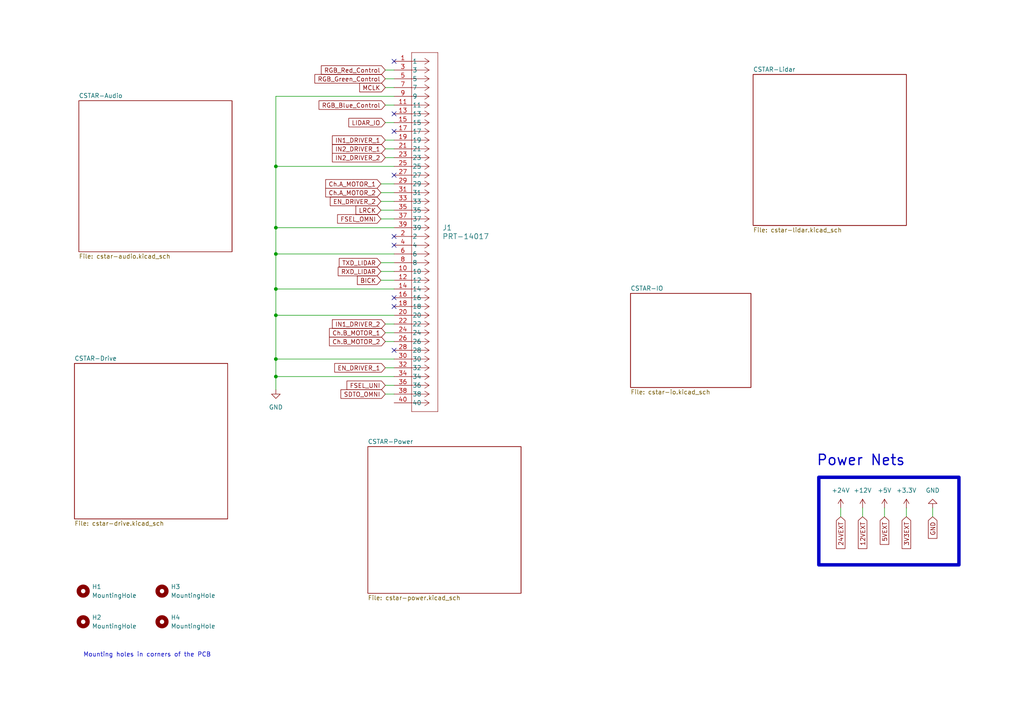
<source format=kicad_sch>
(kicad_sch (version 20231120) (generator "eeschema") (generator_version "8.0")
  (paper "A4")
  (lib_symbols
    (symbol "GND_1" (power) (pin_numbers hide) (pin_names (offset 0) hide)
      (property "Value" "GND" (at 0 -3.81 0))
      (symbol "GND_1_0_1"
        (polyline (pts (xy 0 0) (xy 0 -1.27) (xy 1.27 -1.27) (xy 0 -2.54) (xy -1.27 -1.27) (xy 0 -1.27)))
      )
      (symbol "GND_1_1_1"
        (pin power_in line (at 0 0 270) (length 0) (name "~") (number "1"))
      )
    )
    (symbol "Mechanical:MountingHole" (pin_names (offset 1.016)) (exclude_from_sim yes) (in_bom no)
      (property "Reference" "H" (at 0 5.08 0))
      (property "Value" "MountingHole" (at 0 3.175 0))
      (symbol "MountingHole_0_1"
        (circle (center 0 0) (radius 1.27) (stroke (width 1.27)))
      )
    )
    (symbol "RPiConnector:PRT-14017" (pin_names (offset 0.254))
      (property "Reference" "J" (at 8.89 6.35 0))
      (property "Value" "PRT-14017" (at 0 0 0))
      (symbol "PRT-14017_1_1"
        (polyline (pts (xy 5.08 -101.6) (xy 12.7 -101.6)) (stroke (width 0.127)))
        (polyline (pts (xy 5.08 2.54) (xy 5.08 -101.6)) (stroke (width 0.127)))
        (polyline (pts (xy 10.16 -99.06) (xy 5.08 -99.06)) (stroke (width 0.127)))
        (polyline (pts (xy 10.16 -99.06) (xy 8.89 -99.9067)) (stroke (width 0.127)))
        (polyline (pts (xy 10.16 -99.06) (xy 8.89 -98.2133)) (stroke (width 0.127)))
        (polyline (pts (xy 10.16 -96.52) (xy 5.08 -96.52)) (stroke (width 0.127)))
        (polyline (pts (xy 10.16 -96.52) (xy 8.89 -97.3667)) (stroke (width 0.127)))
        (polyline (pts (xy 10.16 -96.52) (xy 8.89 -95.6733)) (stroke (width 0.127)))
        (polyline (pts (xy 10.16 -93.98) (xy 5.08 -93.98)) (stroke (width 0.127)))
        (polyline (pts (xy 10.16 -93.98) (xy 8.89 -94.8267)) (stroke (width 0.127)))
        (polyline (pts (xy 10.16 -93.98) (xy 8.89 -93.1333)) (stroke (width 0.127)))
        (polyline (pts (xy 10.16 -91.44) (xy 5.08 -91.44)) (stroke (width 0.127)))
        (polyline (pts (xy 10.16 -91.44) (xy 8.89 -92.2867)) (stroke (width 0.127)))
        (polyline (pts (xy 10.16 -91.44) (xy 8.89 -90.5933)) (stroke (width 0.127)))
        (polyline (pts (xy 10.16 -88.9) (xy 5.08 -88.9)) (stroke (width 0.127)))
        (polyline (pts (xy 10.16 -88.9) (xy 8.89 -89.7467)) (stroke (width 0.127)))
        (polyline (pts (xy 10.16 -88.9) (xy 8.89 -88.0533)) (stroke (width 0.127)))
        (polyline (pts (xy 10.16 -86.36) (xy 5.08 -86.36)) (stroke (width 0.127)))
        (polyline (pts (xy 10.16 -86.36) (xy 8.89 -87.2067)) (stroke (width 0.127)))
        (polyline (pts (xy 10.16 -86.36) (xy 8.89 -85.5133)) (stroke (width 0.127)))
        (polyline (pts (xy 10.16 -83.82) (xy 5.08 -83.82)) (stroke (width 0.127)))
        (polyline (pts (xy 10.16 -83.82) (xy 8.89 -84.6667)) (stroke (width 0.127)))
        (polyline (pts (xy 10.16 -83.82) (xy 8.89 -82.9733)) (stroke (width 0.127)))
        (polyline (pts (xy 10.16 -81.28) (xy 5.08 -81.28)) (stroke (width 0.127)))
        (polyline (pts (xy 10.16 -81.28) (xy 8.89 -82.1267)) (stroke (width 0.127)))
        (polyline (pts (xy 10.16 -81.28) (xy 8.89 -80.4333)) (stroke (width 0.127)))
        (polyline (pts (xy 10.16 -78.74) (xy 5.08 -78.74)) (stroke (width 0.127)))
        (polyline (pts (xy 10.16 -78.74) (xy 8.89 -79.5867)) (stroke (width 0.127)))
        (polyline (pts (xy 10.16 -78.74) (xy 8.89 -77.8933)) (stroke (width 0.127)))
        (polyline (pts (xy 10.16 -76.2) (xy 5.08 -76.2)) (stroke (width 0.127)))
        (polyline (pts (xy 10.16 -76.2) (xy 8.89 -77.0467)) (stroke (width 0.127)))
        (polyline (pts (xy 10.16 -76.2) (xy 8.89 -75.3533)) (stroke (width 0.127)))
        (polyline (pts (xy 10.16 -73.66) (xy 5.08 -73.66)) (stroke (width 0.127)))
        (polyline (pts (xy 10.16 -73.66) (xy 8.89 -74.5067)) (stroke (width 0.127)))
        (polyline (pts (xy 10.16 -73.66) (xy 8.89 -72.8133)) (stroke (width 0.127)))
        (polyline (pts (xy 10.16 -71.12) (xy 5.08 -71.12)) (stroke (width 0.127)))
        (polyline (pts (xy 10.16 -71.12) (xy 8.89 -71.9667)) (stroke (width 0.127)))
        (polyline (pts (xy 10.16 -71.12) (xy 8.89 -70.2733)) (stroke (width 0.127)))
        (polyline (pts (xy 10.16 -68.58) (xy 5.08 -68.58)) (stroke (width 0.127)))
        (polyline (pts (xy 10.16 -68.58) (xy 8.89 -69.4267)) (stroke (width 0.127)))
        (polyline (pts (xy 10.16 -68.58) (xy 8.89 -67.7333)) (stroke (width 0.127)))
        (polyline (pts (xy 10.16 -66.04) (xy 5.08 -66.04)) (stroke (width 0.127)))
        (polyline (pts (xy 10.16 -66.04) (xy 8.89 -66.8867)) (stroke (width 0.127)))
        (polyline (pts (xy 10.16 -66.04) (xy 8.89 -65.1933)) (stroke (width 0.127)))
        (polyline (pts (xy 10.16 -63.5) (xy 5.08 -63.5)) (stroke (width 0.127)))
        (polyline (pts (xy 10.16 -63.5) (xy 8.89 -64.3467)) (stroke (width 0.127)))
        (polyline (pts (xy 10.16 -63.5) (xy 8.89 -62.6533)) (stroke (width 0.127)))
        (polyline (pts (xy 10.16 -60.96) (xy 5.08 -60.96)) (stroke (width 0.127)))
        (polyline (pts (xy 10.16 -60.96) (xy 8.89 -61.8067)) (stroke (width 0.127)))
        (polyline (pts (xy 10.16 -60.96) (xy 8.89 -60.1133)) (stroke (width 0.127)))
        (polyline (pts (xy 10.16 -58.42) (xy 5.08 -58.42)) (stroke (width 0.127)))
        (polyline (pts (xy 10.16 -58.42) (xy 8.89 -59.2667)) (stroke (width 0.127)))
        (polyline (pts (xy 10.16 -58.42) (xy 8.89 -57.5733)) (stroke (width 0.127)))
        (polyline (pts (xy 10.16 -55.88) (xy 5.08 -55.88)) (stroke (width 0.127)))
        (polyline (pts (xy 10.16 -55.88) (xy 8.89 -56.7267)) (stroke (width 0.127)))
        (polyline (pts (xy 10.16 -55.88) (xy 8.89 -55.0333)) (stroke (width 0.127)))
        (polyline (pts (xy 10.16 -53.34) (xy 5.08 -53.34)) (stroke (width 0.127)))
        (polyline (pts (xy 10.16 -53.34) (xy 8.89 -54.1867)) (stroke (width 0.127)))
        (polyline (pts (xy 10.16 -53.34) (xy 8.89 -52.4933)) (stroke (width 0.127)))
        (polyline (pts (xy 10.16 -50.8) (xy 5.08 -50.8)) (stroke (width 0.127)))
        (polyline (pts (xy 10.16 -50.8) (xy 8.89 -51.6467)) (stroke (width 0.127)))
        (polyline (pts (xy 10.16 -50.8) (xy 8.89 -49.9533)) (stroke (width 0.127)))
        (polyline (pts (xy 10.16 -48.26) (xy 5.08 -48.26)) (stroke (width 0.127)))
        (polyline (pts (xy 10.16 -48.26) (xy 8.89 -49.1067)) (stroke (width 0.127)))
        (polyline (pts (xy 10.16 -48.26) (xy 8.89 -47.4133)) (stroke (width 0.127)))
        (polyline (pts (xy 10.16 -45.72) (xy 5.08 -45.72)) (stroke (width 0.127)))
        (polyline (pts (xy 10.16 -45.72) (xy 8.89 -46.5667)) (stroke (width 0.127)))
        (polyline (pts (xy 10.16 -45.72) (xy 8.89 -44.8733)) (stroke (width 0.127)))
        (polyline (pts (xy 10.16 -43.18) (xy 5.08 -43.18)) (stroke (width 0.127)))
        (polyline (pts (xy 10.16 -43.18) (xy 8.89 -44.0267)) (stroke (width 0.127)))
        (polyline (pts (xy 10.16 -43.18) (xy 8.89 -42.3333)) (stroke (width 0.127)))
        (polyline (pts (xy 10.16 -40.64) (xy 5.08 -40.64)) (stroke (width 0.127)))
        (polyline (pts (xy 10.16 -40.64) (xy 8.89 -41.4867)) (stroke (width 0.127)))
        (polyline (pts (xy 10.16 -40.64) (xy 8.89 -39.7933)) (stroke (width 0.127)))
        (polyline (pts (xy 10.16 -38.1) (xy 5.08 -38.1)) (stroke (width 0.127)))
        (polyline (pts (xy 10.16 -38.1) (xy 8.89 -38.9467)) (stroke (width 0.127)))
        (polyline (pts (xy 10.16 -38.1) (xy 8.89 -37.2533)) (stroke (width 0.127)))
        (polyline (pts (xy 10.16 -35.56) (xy 5.08 -35.56)) (stroke (width 0.127)))
        (polyline (pts (xy 10.16 -35.56) (xy 8.89 -36.4067)) (stroke (width 0.127)))
        (polyline (pts (xy 10.16 -35.56) (xy 8.89 -34.7133)) (stroke (width 0.127)))
        (polyline (pts (xy 10.16 -33.02) (xy 5.08 -33.02)) (stroke (width 0.127)))
        (polyline (pts (xy 10.16 -33.02) (xy 8.89 -33.8667)) (stroke (width 0.127)))
        (polyline (pts (xy 10.16 -33.02) (xy 8.89 -32.1733)) (stroke (width 0.127)))
        (polyline (pts (xy 10.16 -30.48) (xy 5.08 -30.48)) (stroke (width 0.127)))
        (polyline (pts (xy 10.16 -30.48) (xy 8.89 -31.3267)) (stroke (width 0.127)))
        (polyline (pts (xy 10.16 -30.48) (xy 8.89 -29.6333)) (stroke (width 0.127)))
        (polyline (pts (xy 10.16 -27.94) (xy 5.08 -27.94)) (stroke (width 0.127)))
        (polyline (pts (xy 10.16 -27.94) (xy 8.89 -28.7867)) (stroke (width 0.127)))
        (polyline (pts (xy 10.16 -27.94) (xy 8.89 -27.0933)) (stroke (width 0.127)))
        (polyline (pts (xy 10.16 -25.4) (xy 5.08 -25.4)) (stroke (width 0.127)))
        (polyline (pts (xy 10.16 -25.4) (xy 8.89 -26.2467)) (stroke (width 0.127)))
        (polyline (pts (xy 10.16 -25.4) (xy 8.89 -24.5533)) (stroke (width 0.127)))
        (polyline (pts (xy 10.16 -22.86) (xy 5.08 -22.86)) (stroke (width 0.127)))
        (polyline (pts (xy 10.16 -22.86) (xy 8.89 -23.7067)) (stroke (width 0.127)))
        (polyline (pts (xy 10.16 -22.86) (xy 8.89 -22.0133)) (stroke (width 0.127)))
        (polyline (pts (xy 10.16 -20.32) (xy 5.08 -20.32)) (stroke (width 0.127)))
        (polyline (pts (xy 10.16 -20.32) (xy 8.89 -21.1667)) (stroke (width 0.127)))
        (polyline (pts (xy 10.16 -20.32) (xy 8.89 -19.4733)) (stroke (width 0.127)))
        (polyline (pts (xy 10.16 -17.78) (xy 5.08 -17.78)) (stroke (width 0.127)))
        (polyline (pts (xy 10.16 -17.78) (xy 8.89 -18.6267)) (stroke (width 0.127)))
        (polyline (pts (xy 10.16 -17.78) (xy 8.89 -16.9333)) (stroke (width 0.127)))
        (polyline (pts (xy 10.16 -15.24) (xy 5.08 -15.24)) (stroke (width 0.127)))
        (polyline (pts (xy 10.16 -15.24) (xy 8.89 -16.0867)) (stroke (width 0.127)))
        (polyline (pts (xy 10.16 -15.24) (xy 8.89 -14.3933)) (stroke (width 0.127)))
        (polyline (pts (xy 10.16 -12.7) (xy 5.08 -12.7)) (stroke (width 0.127)))
        (polyline (pts (xy 10.16 -12.7) (xy 8.89 -13.5467)) (stroke (width 0.127)))
        (polyline (pts (xy 10.16 -12.7) (xy 8.89 -11.8533)) (stroke (width 0.127)))
        (polyline (pts (xy 10.16 -10.16) (xy 5.08 -10.16)) (stroke (width 0.127)))
        (polyline (pts (xy 10.16 -10.16) (xy 8.89 -11.0067)) (stroke (width 0.127)))
        (polyline (pts (xy 10.16 -10.16) (xy 8.89 -9.3133)) (stroke (width 0.127)))
        (polyline (pts (xy 10.16 -7.62) (xy 5.08 -7.62)) (stroke (width 0.127)))
        (polyline (pts (xy 10.16 -7.62) (xy 8.89 -8.4667)) (stroke (width 0.127)))
        (polyline (pts (xy 10.16 -7.62) (xy 8.89 -6.7733)) (stroke (width 0.127)))
        (polyline (pts (xy 10.16 -5.08) (xy 5.08 -5.08)) (stroke (width 0.127)))
        (polyline (pts (xy 10.16 -5.08) (xy 8.89 -5.9267)) (stroke (width 0.127)))
        (polyline (pts (xy 10.16 -5.08) (xy 8.89 -4.2333)) (stroke (width 0.127)))
        (polyline (pts (xy 10.16 -2.54) (xy 5.08 -2.54)) (stroke (width 0.127)))
        (polyline (pts (xy 10.16 -2.54) (xy 8.89 -3.3867)) (stroke (width 0.127)))
        (polyline (pts (xy 10.16 -2.54) (xy 8.89 -1.6933)) (stroke (width 0.127)))
        (polyline (pts (xy 10.16 0) (xy 5.08 0)) (stroke (width 0.127)))
        (polyline (pts (xy 10.16 0) (xy 8.89 -0.8467)) (stroke (width 0.127)))
        (polyline (pts (xy 10.16 0) (xy 8.89 0.8467)) (stroke (width 0.127)))
        (polyline (pts (xy 12.7 -101.6) (xy 12.7 2.54)) (stroke (width 0.127)))
        (polyline (pts (xy 12.7 2.54) (xy 5.08 2.54)) (stroke (width 0.127)))
        (pin unspecified line (at 0 0 0) (length 5.08) (name "1") (number "1"))
        (pin unspecified line (at 0 -60.96 0) (length 5.08) (name "10") (number "10"))
        (pin unspecified line (at 0 -12.7 0) (length 5.08) (name "11") (number "11"))
        (pin unspecified line (at 0 -63.5 0) (length 5.08) (name "12") (number "12"))
        (pin unspecified line (at 0 -15.24 0) (length 5.08) (name "13") (number "13"))
        (pin unspecified line (at 0 -66.04 0) (length 5.08) (name "14") (number "14"))
        (pin unspecified line (at 0 -17.78 0) (length 5.08) (name "15") (number "15"))
        (pin unspecified line (at 0 -68.58 0) (length 5.08) (name "16") (number "16"))
        (pin unspecified line (at 0 -20.32 0) (length 5.08) (name "17") (number "17"))
        (pin unspecified line (at 0 -71.12 0) (length 5.08) (name "18") (number "18"))
        (pin unspecified line (at 0 -22.86 0) (length 5.08) (name "19") (number "19"))
        (pin unspecified line (at 0 -50.8 0) (length 5.08) (name "2") (number "2"))
        (pin unspecified line (at 0 -73.66 0) (length 5.08) (name "20") (number "20"))
        (pin unspecified line (at 0 -25.4 0) (length 5.08) (name "21") (number "21"))
        (pin unspecified line (at 0 -76.2 0) (length 5.08) (name "22") (number "22"))
        (pin unspecified line (at 0 -27.94 0) (length 5.08) (name "23") (number "23"))
        (pin unspecified line (at 0 -78.74 0) (length 5.08) (name "24") (number "24"))
        (pin unspecified line (at 0 -30.48 0) (length 5.08) (name "25") (number "25"))
        (pin unspecified line (at 0 -81.28 0) (length 5.08) (name "26") (number "26"))
        (pin unspecified line (at 0 -33.02 0) (length 5.08) (name "27") (number "27"))
        (pin unspecified line (at 0 -83.82 0) (length 5.08) (name "28") (number "28"))
        (pin unspecified line (at 0 -35.56 0) (length 5.08) (name "29") (number "29"))
        (pin unspecified line (at 0 -2.54 0) (length 5.08) (name "3") (number "3"))
        (pin unspecified line (at 0 -86.36 0) (length 5.08) (name "30") (number "30"))
        (pin unspecified line (at 0 -38.1 0) (length 5.08) (name "31") (number "31"))
        (pin unspecified line (at 0 -88.9 0) (length 5.08) (name "32") (number "32"))
        (pin unspecified line (at 0 -40.64 0) (length 5.08) (name "33") (number "33"))
        (pin unspecified line (at 0 -91.44 0) (length 5.08) (name "34") (number "34"))
        (pin unspecified line (at 0 -43.18 0) (length 5.08) (name "35") (number "35"))
        (pin unspecified line (at 0 -93.98 0) (length 5.08) (name "36") (number "36"))
        (pin unspecified line (at 0 -45.72 0) (length 5.08) (name "37") (number "37"))
        (pin unspecified line (at 0 -96.52 0) (length 5.08) (name "38") (number "38"))
        (pin unspecified line (at 0 -48.26 0) (length 5.08) (name "39") (number "39"))
        (pin unspecified line (at 0 -53.34 0) (length 5.08) (name "4") (number "4"))
        (pin unspecified line (at 0 -99.06 0) (length 5.08) (name "40") (number "40"))
        (pin unspecified line (at 0 -5.08 0) (length 5.08) (name "5") (number "5"))
        (pin unspecified line (at 0 -55.88 0) (length 5.08) (name "6") (number "6"))
        (pin unspecified line (at 0 -7.62 0) (length 5.08) (name "7") (number "7"))
        (pin unspecified line (at 0 -58.42 0) (length 5.08) (name "8") (number "8"))
        (pin unspecified line (at 0 -10.16 0) (length 5.08) (name "9") (number "9"))
      )
      (symbol "PRT-14017_1_2"
        (polyline (pts (xy 5.08 -101.6) (xy 12.7 -101.6)) (stroke (width 0.127)))
        (polyline (pts (xy 5.08 2.54) (xy 5.08 -101.6)) (stroke (width 0.127)))
        (polyline (pts (xy 7.62 -99.06) (xy 5.08 -99.06)) (stroke (width 0.127)))
        (polyline (pts (xy 7.62 -99.06) (xy 8.89 -99.9067)) (stroke (width 0.127)))
        (polyline (pts (xy 7.62 -99.06) (xy 8.89 -98.2133)) (stroke (width 0.127)))
        (polyline (pts (xy 7.62 -96.52) (xy 5.08 -96.52)) (stroke (width 0.127)))
        (polyline (pts (xy 7.62 -96.52) (xy 8.89 -97.3667)) (stroke (width 0.127)))
        (polyline (pts (xy 7.62 -96.52) (xy 8.89 -95.6733)) (stroke (width 0.127)))
        (polyline (pts (xy 7.62 -93.98) (xy 5.08 -93.98)) (stroke (width 0.127)))
        (polyline (pts (xy 7.62 -93.98) (xy 8.89 -94.8267)) (stroke (width 0.127)))
        (polyline (pts (xy 7.62 -93.98) (xy 8.89 -93.1333)) (stroke (width 0.127)))
        (polyline (pts (xy 7.62 -91.44) (xy 5.08 -91.44)) (stroke (width 0.127)))
        (polyline (pts (xy 7.62 -91.44) (xy 8.89 -92.2867)) (stroke (width 0.127)))
        (polyline (pts (xy 7.62 -91.44) (xy 8.89 -90.5933)) (stroke (width 0.127)))
        (polyline (pts (xy 7.62 -88.9) (xy 5.08 -88.9)) (stroke (width 0.127)))
        (polyline (pts (xy 7.62 -88.9) (xy 8.89 -89.7467)) (stroke (width 0.127)))
        (polyline (pts (xy 7.62 -88.9) (xy 8.89 -88.0533)) (stroke (width 0.127)))
        (polyline (pts (xy 7.62 -86.36) (xy 5.08 -86.36)) (stroke (width 0.127)))
        (polyline (pts (xy 7.62 -86.36) (xy 8.89 -87.2067)) (stroke (width 0.127)))
        (polyline (pts (xy 7.62 -86.36) (xy 8.89 -85.5133)) (stroke (width 0.127)))
        (polyline (pts (xy 7.62 -83.82) (xy 5.08 -83.82)) (stroke (width 0.127)))
        (polyline (pts (xy 7.62 -83.82) (xy 8.89 -84.6667)) (stroke (width 0.127)))
        (polyline (pts (xy 7.62 -83.82) (xy 8.89 -82.9733)) (stroke (width 0.127)))
        (polyline (pts (xy 7.62 -81.28) (xy 5.08 -81.28)) (stroke (width 0.127)))
        (polyline (pts (xy 7.62 -81.28) (xy 8.89 -82.1267)) (stroke (width 0.127)))
        (polyline (pts (xy 7.62 -81.28) (xy 8.89 -80.4333)) (stroke (width 0.127)))
        (polyline (pts (xy 7.62 -78.74) (xy 5.08 -78.74)) (stroke (width 0.127)))
        (polyline (pts (xy 7.62 -78.74) (xy 8.89 -79.5867)) (stroke (width 0.127)))
        (polyline (pts (xy 7.62 -78.74) (xy 8.89 -77.8933)) (stroke (width 0.127)))
        (polyline (pts (xy 7.62 -76.2) (xy 5.08 -76.2)) (stroke (width 0.127)))
        (polyline (pts (xy 7.62 -76.2) (xy 8.89 -77.0467)) (stroke (width 0.127)))
        (polyline (pts (xy 7.62 -76.2) (xy 8.89 -75.3533)) (stroke (width 0.127)))
        (polyline (pts (xy 7.62 -73.66) (xy 5.08 -73.66)) (stroke (width 0.127)))
        (polyline (pts (xy 7.62 -73.66) (xy 8.89 -74.5067)) (stroke (width 0.127)))
        (polyline (pts (xy 7.62 -73.66) (xy 8.89 -72.8133)) (stroke (width 0.127)))
        (polyline (pts (xy 7.62 -71.12) (xy 5.08 -71.12)) (stroke (width 0.127)))
        (polyline (pts (xy 7.62 -71.12) (xy 8.89 -71.9667)) (stroke (width 0.127)))
        (polyline (pts (xy 7.62 -71.12) (xy 8.89 -70.2733)) (stroke (width 0.127)))
        (polyline (pts (xy 7.62 -68.58) (xy 5.08 -68.58)) (stroke (width 0.127)))
        (polyline (pts (xy 7.62 -68.58) (xy 8.89 -69.4267)) (stroke (width 0.127)))
        (polyline (pts (xy 7.62 -68.58) (xy 8.89 -67.7333)) (stroke (width 0.127)))
        (polyline (pts (xy 7.62 -66.04) (xy 5.08 -66.04)) (stroke (width 0.127)))
        (polyline (pts (xy 7.62 -66.04) (xy 8.89 -66.8867)) (stroke (width 0.127)))
        (polyline (pts (xy 7.62 -66.04) (xy 8.89 -65.1933)) (stroke (width 0.127)))
        (polyline (pts (xy 7.62 -63.5) (xy 5.08 -63.5)) (stroke (width 0.127)))
        (polyline (pts (xy 7.62 -63.5) (xy 8.89 -64.3467)) (stroke (width 0.127)))
        (polyline (pts (xy 7.62 -63.5) (xy 8.89 -62.6533)) (stroke (width 0.127)))
        (polyline (pts (xy 7.62 -60.96) (xy 5.08 -60.96)) (stroke (width 0.127)))
        (polyline (pts (xy 7.62 -60.96) (xy 8.89 -61.8067)) (stroke (width 0.127)))
        (polyline (pts (xy 7.62 -60.96) (xy 8.89 -60.1133)) (stroke (width 0.127)))
        (polyline (pts (xy 7.62 -58.42) (xy 5.08 -58.42)) (stroke (width 0.127)))
        (polyline (pts (xy 7.62 -58.42) (xy 8.89 -59.2667)) (stroke (width 0.127)))
        (polyline (pts (xy 7.62 -58.42) (xy 8.89 -57.5733)) (stroke (width 0.127)))
        (polyline (pts (xy 7.62 -55.88) (xy 5.08 -55.88)) (stroke (width 0.127)))
        (polyline (pts (xy 7.62 -55.88) (xy 8.89 -56.7267)) (stroke (width 0.127)))
        (polyline (pts (xy 7.62 -55.88) (xy 8.89 -55.0333)) (stroke (width 0.127)))
        (polyline (pts (xy 7.62 -53.34) (xy 5.08 -53.34)) (stroke (width 0.127)))
        (polyline (pts (xy 7.62 -53.34) (xy 8.89 -54.1867)) (stroke (width 0.127)))
        (polyline (pts (xy 7.62 -53.34) (xy 8.89 -52.4933)) (stroke (width 0.127)))
        (polyline (pts (xy 7.62 -50.8) (xy 5.08 -50.8)) (stroke (width 0.127)))
        (polyline (pts (xy 7.62 -50.8) (xy 8.89 -51.6467)) (stroke (width 0.127)))
        (polyline (pts (xy 7.62 -50.8) (xy 8.89 -49.9533)) (stroke (width 0.127)))
        (polyline (pts (xy 7.62 -48.26) (xy 5.08 -48.26)) (stroke (width 0.127)))
        (polyline (pts (xy 7.62 -48.26) (xy 8.89 -49.1067)) (stroke (width 0.127)))
        (polyline (pts (xy 7.62 -48.26) (xy 8.89 -47.4133)) (stroke (width 0.127)))
        (polyline (pts (xy 7.62 -45.72) (xy 5.08 -45.72)) (stroke (width 0.127)))
        (polyline (pts (xy 7.62 -45.72) (xy 8.89 -46.5667)) (stroke (width 0.127)))
        (polyline (pts (xy 7.62 -45.72) (xy 8.89 -44.8733)) (stroke (width 0.127)))
        (polyline (pts (xy 7.62 -43.18) (xy 5.08 -43.18)) (stroke (width 0.127)))
        (polyline (pts (xy 7.62 -43.18) (xy 8.89 -44.0267)) (stroke (width 0.127)))
        (polyline (pts (xy 7.62 -43.18) (xy 8.89 -42.3333)) (stroke (width 0.127)))
        (polyline (pts (xy 7.62 -40.64) (xy 5.08 -40.64)) (stroke (width 0.127)))
        (polyline (pts (xy 7.62 -40.64) (xy 8.89 -41.4867)) (stroke (width 0.127)))
        (polyline (pts (xy 7.62 -40.64) (xy 8.89 -39.7933)) (stroke (width 0.127)))
        (polyline (pts (xy 7.62 -38.1) (xy 5.08 -38.1)) (stroke (width 0.127)))
        (polyline (pts (xy 7.62 -38.1) (xy 8.89 -38.9467)) (stroke (width 0.127)))
        (polyline (pts (xy 7.62 -38.1) (xy 8.89 -37.2533)) (stroke (width 0.127)))
        (polyline (pts (xy 7.62 -35.56) (xy 5.08 -35.56)) (stroke (width 0.127)))
        (polyline (pts (xy 7.62 -35.56) (xy 8.89 -36.4067)) (stroke (width 0.127)))
        (polyline (pts (xy 7.62 -35.56) (xy 8.89 -34.7133)) (stroke (width 0.127)))
        (polyline (pts (xy 7.62 -33.02) (xy 5.08 -33.02)) (stroke (width 0.127)))
        (polyline (pts (xy 7.62 -33.02) (xy 8.89 -33.8667)) (stroke (width 0.127)))
        (polyline (pts (xy 7.62 -33.02) (xy 8.89 -32.1733)) (stroke (width 0.127)))
        (polyline (pts (xy 7.62 -30.48) (xy 5.08 -30.48)) (stroke (width 0.127)))
        (polyline (pts (xy 7.62 -30.48) (xy 8.89 -31.3267)) (stroke (width 0.127)))
        (polyline (pts (xy 7.62 -30.48) (xy 8.89 -29.6333)) (stroke (width 0.127)))
        (polyline (pts (xy 7.62 -27.94) (xy 5.08 -27.94)) (stroke (width 0.127)))
        (polyline (pts (xy 7.62 -27.94) (xy 8.89 -28.7867)) (stroke (width 0.127)))
        (polyline (pts (xy 7.62 -27.94) (xy 8.89 -27.0933)) (stroke (width 0.127)))
        (polyline (pts (xy 7.62 -25.4) (xy 5.08 -25.4)) (stroke (width 0.127)))
        (polyline (pts (xy 7.62 -25.4) (xy 8.89 -26.2467)) (stroke (width 0.127)))
        (polyline (pts (xy 7.62 -25.4) (xy 8.89 -24.5533)) (stroke (width 0.127)))
        (polyline (pts (xy 7.62 -22.86) (xy 5.08 -22.86)) (stroke (width 0.127)))
        (polyline (pts (xy 7.62 -22.86) (xy 8.89 -23.7067)) (stroke (width 0.127)))
        (polyline (pts (xy 7.62 -22.86) (xy 8.89 -22.0133)) (stroke (width 0.127)))
        (polyline (pts (xy 7.62 -20.32) (xy 5.08 -20.32)) (stroke (width 0.127)))
        (polyline (pts (xy 7.62 -20.32) (xy 8.89 -21.1667)) (stroke (width 0.127)))
        (polyline (pts (xy 7.62 -20.32) (xy 8.89 -19.4733)) (stroke (width 0.127)))
        (polyline (pts (xy 7.62 -17.78) (xy 5.08 -17.78)) (stroke (width 0.127)))
        (polyline (pts (xy 7.62 -17.78) (xy 8.89 -18.6267)) (stroke (width 0.127)))
        (polyline (pts (xy 7.62 -17.78) (xy 8.89 -16.9333)) (stroke (width 0.127)))
        (polyline (pts (xy 7.62 -15.24) (xy 5.08 -15.24)) (stroke (width 0.127)))
        (polyline (pts (xy 7.62 -15.24) (xy 8.89 -16.0867)) (stroke (width 0.127)))
        (polyline (pts (xy 7.62 -15.24) (xy 8.89 -14.3933)) (stroke (width 0.127)))
        (polyline (pts (xy 7.62 -12.7) (xy 5.08 -12.7)) (stroke (width 0.127)))
        (polyline (pts (xy 7.62 -12.7) (xy 8.89 -13.5467)) (stroke (width 0.127)))
        (polyline (pts (xy 7.62 -12.7) (xy 8.89 -11.8533)) (stroke (width 0.127)))
        (polyline (pts (xy 7.62 -10.16) (xy 5.08 -10.16)) (stroke (width 0.127)))
        (polyline (pts (xy 7.62 -10.16) (xy 8.89 -11.0067)) (stroke (width 0.127)))
        (polyline (pts (xy 7.62 -10.16) (xy 8.89 -9.3133)) (stroke (width 0.127)))
        (polyline (pts (xy 7.62 -7.62) (xy 5.08 -7.62)) (stroke (width 0.127)))
        (polyline (pts (xy 7.62 -7.62) (xy 8.89 -8.4667)) (stroke (width 0.127)))
        (polyline (pts (xy 7.62 -7.62) (xy 8.89 -6.7733)) (stroke (width 0.127)))
        (polyline (pts (xy 7.62 -5.08) (xy 5.08 -5.08)) (stroke (width 0.127)))
        (polyline (pts (xy 7.62 -5.08) (xy 8.89 -5.9267)) (stroke (width 0.127)))
        (polyline (pts (xy 7.62 -5.08) (xy 8.89 -4.2333)) (stroke (width 0.127)))
        (polyline (pts (xy 7.62 -2.54) (xy 5.08 -2.54)) (stroke (width 0.127)))
        (polyline (pts (xy 7.62 -2.54) (xy 8.89 -3.3867)) (stroke (width 0.127)))
        (polyline (pts (xy 7.62 -2.54) (xy 8.89 -1.6933)) (stroke (width 0.127)))
        (polyline (pts (xy 7.62 0) (xy 5.08 0)) (stroke (width 0.127)))
        (polyline (pts (xy 7.62 0) (xy 8.89 -0.8467)) (stroke (width 0.127)))
        (polyline (pts (xy 7.62 0) (xy 8.89 0.8467)) (stroke (width 0.127)))
        (polyline (pts (xy 12.7 -101.6) (xy 12.7 2.54)) (stroke (width 0.127)))
        (polyline (pts (xy 12.7 2.54) (xy 5.08 2.54)) (stroke (width 0.127)))
        (pin unspecified line (at 0 0 0) (length 5.08) (name "1") (number "1"))
        (pin unspecified line (at 0 -60.96 0) (length 5.08) (name "10") (number "10"))
        (pin unspecified line (at 0 -12.7 0) (length 5.08) (name "11") (number "11"))
        (pin unspecified line (at 0 -63.5 0) (length 5.08) (name "12") (number "12"))
        (pin unspecified line (at 0 -15.24 0) (length 5.08) (name "13") (number "13"))
        (pin unspecified line (at 0 -66.04 0) (length 5.08) (name "14") (number "14"))
        (pin unspecified line (at 0 -17.78 0) (length 5.08) (name "15") (number "15"))
        (pin unspecified line (at 0 -68.58 0) (length 5.08) (name "16") (number "16"))
        (pin unspecified line (at 0 -20.32 0) (length 5.08) (name "17") (number "17"))
        (pin unspecified line (at 0 -71.12 0) (length 5.08) (name "18") (number "18"))
        (pin unspecified line (at 0 -22.86 0) (length 5.08) (name "19") (number "19"))
        (pin unspecified line (at 0 -50.8 0) (length 5.08) (name "2") (number "2"))
        (pin unspecified line (at 0 -73.66 0) (length 5.08) (name "20") (number "20"))
        (pin unspecified line (at 0 -25.4 0) (length 5.08) (name "21") (number "21"))
        (pin unspecified line (at 0 -76.2 0) (length 5.08) (name "22") (number "22"))
        (pin unspecified line (at 0 -27.94 0) (length 5.08) (name "23") (number "23"))
        (pin unspecified line (at 0 -78.74 0) (length 5.08) (name "24") (number "24"))
        (pin unspecified line (at 0 -30.48 0) (length 5.08) (name "25") (number "25"))
        (pin unspecified line (at 0 -81.28 0) (length 5.08) (name "26") (number "26"))
        (pin unspecified line (at 0 -33.02 0) (length 5.08) (name "27") (number "27"))
        (pin unspecified line (at 0 -83.82 0) (length 5.08) (name "28") (number "28"))
        (pin unspecified line (at 0 -35.56 0) (length 5.08) (name "29") (number "29"))
        (pin unspecified line (at 0 -2.54 0) (length 5.08) (name "3") (number "3"))
        (pin unspecified line (at 0 -86.36 0) (length 5.08) (name "30") (number "30"))
        (pin unspecified line (at 0 -38.1 0) (length 5.08) (name "31") (number "31"))
        (pin unspecified line (at 0 -88.9 0) (length 5.08) (name "32") (number "32"))
        (pin unspecified line (at 0 -40.64 0) (length 5.08) (name "33") (number "33"))
        (pin unspecified line (at 0 -91.44 0) (length 5.08) (name "34") (number "34"))
        (pin unspecified line (at 0 -43.18 0) (length 5.08) (name "35") (number "35"))
        (pin unspecified line (at 0 -93.98 0) (length 5.08) (name "36") (number "36"))
        (pin unspecified line (at 0 -45.72 0) (length 5.08) (name "37") (number "37"))
        (pin unspecified line (at 0 -96.52 0) (length 5.08) (name "38") (number "38"))
        (pin unspecified line (at 0 -48.26 0) (length 5.08) (name "39") (number "39"))
        (pin unspecified line (at 0 -53.34 0) (length 5.08) (name "4") (number "4"))
        (pin unspecified line (at 0 -99.06 0) (length 5.08) (name "40") (number "40"))
        (pin unspecified line (at 0 -5.08 0) (length 5.08) (name "5") (number "5"))
        (pin unspecified line (at 0 -55.88 0) (length 5.08) (name "6") (number "6"))
        (pin unspecified line (at 0 -7.62 0) (length 5.08) (name "7") (number "7"))
        (pin unspecified line (at 0 -58.42 0) (length 5.08) (name "8") (number "8"))
        (pin unspecified line (at 0 -10.16 0) (length 5.08) (name "9") (number "9"))
      )
    )
    (symbol "power:+3.3V" (power) (pin_numbers hide) (pin_names (offset 0) hide)
      (property "Value" "+3.3V" (at 0 3.556 0))
      (symbol "+3.3V_0_1"
        (polyline (pts (xy -0.762 1.27) (xy 0 2.54)))
        (polyline (pts (xy 0 0) (xy 0 2.54)))
        (polyline (pts (xy 0 2.54) (xy 0.762 1.27)))
      )
      (symbol "+3.3V_1_1"
        (pin power_in line (at 0 0 90) (length 0) (name "~") (number "1"))
      )
    )
    (symbol "power:+5V" (power) (pin_names (offset 0))
      (property "Value" "+5V" (at 0 3.556 0))
      (symbol "+5V_0_1"
        (polyline (pts (xy -0.762 1.27) (xy 0 2.54)))
        (polyline (pts (xy 0 0) (xy 0 2.54)))
        (polyline (pts (xy 0 2.54) (xy 0.762 1.27)))
      )
      (symbol "+5V_1_1"
        (pin power_in line (at 0 0 90) (length 0) hide (name "+5V") (number "1"))
      )
    )
    (symbol "power:GND" (power) (pin_names (offset 0))
      (property "Value" "GND" (at 0 -3.81 0))
      (symbol "GND_0_1"
        (polyline (pts (xy 0 0) (xy 0 -1.27) (xy 1.27 -1.27) (xy 0 -2.54) (xy -1.27 -1.27) (xy 0 -1.27)))
      )
      (symbol "GND_1_1"
        (pin power_in line (at 0 0 270) (length 0) hide (name "GND") (number "1"))
      )
    )
  )
  (junction (at 80.01 66.04))
  (junction (at 80.01 104.14))
  (junction (at 80.01 48.26))
  (junction (at 80.01 91.44))
  (junction (at 80.01 109.22))
  (junction (at 80.01 73.66))
  (junction (at 80.01 83.82))
  (no_connect (at 114.3 17.78))
  (no_connect (at 114.3 88.9))
  (no_connect (at 114.3 86.36))
  (no_connect (at 114.3 101.6))
  (no_connect (at 114.3 71.12))
  (no_connect (at 114.3 33.02))
  (no_connect (at 114.3 38.1))
  (no_connect (at 114.3 50.8))
  (no_connect (at 114.3 68.58))
  (wire (pts (xy 80.01 104.14) (xy 80.01 91.44)))
  (wire (pts (xy 111.76 20.32) (xy 114.3 20.32)))
  (wire (pts (xy 114.3 27.94) (xy 80.01 27.94)))
  (wire (pts (xy 80.01 91.44) (xy 114.3 91.44)))
  (wire (pts (xy 111.76 114.3) (xy 114.3 114.3)))
  (wire (pts (xy 243.84 147.32) (xy 243.84 149.86)))
  (wire (pts (xy 110.49 60.96) (xy 114.3 60.96)))
  (wire (pts (xy 110.49 81.28) (xy 114.3 81.28)))
  (wire (pts (xy 80.01 109.22) (xy 80.01 104.14)))
  (wire (pts (xy 111.76 43.18) (xy 114.3 43.18)))
  (wire (pts (xy 250.19 147.32) (xy 250.19 149.86)))
  (wire (pts (xy 262.89 147.32) (xy 262.89 149.86)))
  (wire (pts (xy 80.01 91.44) (xy 80.01 83.82)))
  (wire (pts (xy 110.49 53.34) (xy 114.3 53.34)))
  (wire (pts (xy 80.01 66.04) (xy 114.3 66.04)))
  (wire (pts (xy 80.01 66.04) (xy 80.01 73.66)))
  (wire (pts (xy 110.49 55.88) (xy 114.3 55.88)))
  (wire (pts (xy 270.51 147.32) (xy 270.51 149.86)))
  (wire (pts (xy 80.01 109.22) (xy 114.3 109.22)))
  (wire (pts (xy 110.49 58.42) (xy 114.3 58.42)))
  (wire (pts (xy 111.76 99.06) (xy 114.3 99.06)))
  (wire (pts (xy 111.76 30.48) (xy 114.3 30.48)))
  (wire (pts (xy 110.49 78.74) (xy 114.3 78.74)))
  (wire (pts (xy 80.01 48.26) (xy 114.3 48.26)))
  (wire (pts (xy 111.76 93.98) (xy 114.3 93.98)))
  (wire (pts (xy 80.01 27.94) (xy 80.01 48.26)))
  (wire (pts (xy 80.01 83.82) (xy 114.3 83.82)))
  (wire (pts (xy 111.76 35.56) (xy 114.3 35.56)))
  (wire (pts (xy 111.76 106.68) (xy 114.3 106.68)))
  (wire (pts (xy 111.76 22.86) (xy 114.3 22.86)))
  (wire (pts (xy 110.49 76.2) (xy 114.3 76.2)))
  (wire (pts (xy 80.01 48.26) (xy 80.01 66.04)))
  (wire (pts (xy 80.01 104.14) (xy 114.3 104.14)))
  (wire (pts (xy 80.01 73.66) (xy 114.3 73.66)))
  (wire (pts (xy 111.76 40.64) (xy 114.3 40.64)))
  (wire (pts (xy 110.49 63.5) (xy 114.3 63.5)))
  (wire (pts (xy 111.76 111.76) (xy 114.3 111.76)))
  (wire (pts (xy 111.76 25.4) (xy 114.3 25.4)))
  (wire (pts (xy 80.01 73.66) (xy 80.01 83.82)))
  (wire (pts (xy 80.01 113.03) (xy 80.01 109.22)))
  (wire (pts (xy 111.76 45.72) (xy 114.3 45.72)))
  (wire (pts (xy 256.54 147.32) (xy 256.54 149.86)))
  (wire (pts (xy 111.76 96.52) (xy 114.3 96.52)))
  (rectangle (start 237.49 138.43) (end 278.13 163.83) (stroke (width 1)))
  (text "Power Nets" (at 236.728 135.382 0) (effects (font (size 3 3) (thickness 0.375)) (justify left bottom)))
  (text "Mounting holes in corners of the PCB" (at 42.672 189.992 0) (effects (font (size 1.27 1.27))))
  (global_label "TXD_LIDAR" (shape input) (at 110.49 76.2 180) (property "Intersheetrefs" "${INTERSHEET_REFS}" (effects (hide yes))))
  (global_label "Ch.A_MOTOR_1" (shape input) (at 110.49 53.34 180) (property "Intersheetrefs" "${INTERSHEET_REFS}" (effects (hide yes))))
  (global_label "RXD_LIDAR" (shape input) (at 110.49 78.74 180) (property "Intersheetrefs" "${INTERSHEET_REFS}" (effects (hide yes))))
  (global_label "EN_DRIVER_2" (shape input) (at 110.49 58.42 180) (property "Intersheetrefs" "${INTERSHEET_REFS}" (effects (hide yes))))
  (global_label "3V3EXT" (shape input) (at 262.89 149.86 270) (property "Intersheetrefs" "${INTERSHEET_REFS}" (effects (hide yes))))
  (global_label "FSEL_OMNI" (shape input) (at 110.49 63.5 180) (property "Intersheetrefs" "${INTERSHEET_REFS}" (effects (hide yes))))
  (global_label "Ch.B_MOTOR_2" (shape input) (at 111.76 99.06 180) (property "Intersheetrefs" "${INTERSHEET_REFS}" (effects (hide yes))))
  (global_label "RGB_Red_Control" (shape input) (at 111.76 20.32 180) (property "Intersheetrefs" "${INTERSHEET_REFS}" (effects (hide yes))))
  (global_label "12VEXT" (shape input) (at 250.19 149.86 270) (property "Intersheetrefs" "${INTERSHEET_REFS}" (effects (hide yes))))
  (global_label "RGB_Green_Control" (shape input) (at 111.76 22.86 180) (property "Intersheetrefs" "${INTERSHEET_REFS}" (effects (hide yes))))
  (global_label "5VEXT" (shape input) (at 256.54 149.86 270) (property "Intersheetrefs" "${INTERSHEET_REFS}" (effects (hide yes))))
  (global_label "BICK" (shape input) (at 110.49 81.28 180) (effects (font (thickness 0.1588))) (property "Intersheetrefs" "${INTERSHEET_REFS}" (effects (hide yes))))
  (global_label "24VEXT" (shape input) (at 243.84 149.86 270) (property "Intersheetrefs" "${INTERSHEET_REFS}" (effects (hide yes))))
  (global_label "Ch.A_MOTOR_2" (shape input) (at 110.49 55.88 180) (property "Intersheetrefs" "${INTERSHEET_REFS}" (effects (hide yes))))
  (global_label "GND" (shape input) (at 270.51 149.86 270) (property "Intersheetrefs" "${INTERSHEET_REFS}" (effects (hide yes))))
  (global_label "FSEL_UNI" (shape input) (at 111.76 111.76 180) (property "Intersheetrefs" "${INTERSHEET_REFS}" (effects (hide yes))))
  (global_label "EN_DRIVER_1" (shape input) (at 111.76 106.68 180) (property "Intersheetrefs" "${INTERSHEET_REFS}" (effects (hide yes))))
  (global_label "IN2_DRIVER_1" (shape input) (at 111.76 43.18 180) (property "Intersheetrefs" "${INTERSHEET_REFS}" (effects (hide yes))))
  (global_label "IN2_DRIVER_2" (shape input) (at 111.76 45.72 180) (property "Intersheetrefs" "${INTERSHEET_REFS}" (effects (hide yes))))
  (global_label "IN1_DRIVER_2" (shape input) (at 111.76 93.98 180) (property "Intersheetrefs" "${INTERSHEET_REFS}" (effects (hide yes))))
  (global_label "LIDAR_IO" (shape input) (at 111.76 35.56 180) (property "Intersheetrefs" "${INTERSHEET_REFS}" (effects (hide yes))))
  (global_label "RGB_Blue_Control" (shape input) (at 111.76 30.48 180) (property "Intersheetrefs" "${INTERSHEET_REFS}" (effects (hide yes))))
  (global_label "IN1_DRIVER_1" (shape input) (at 111.76 40.64 180) (property "Intersheetrefs" "${INTERSHEET_REFS}" (effects (hide yes))))
  (global_label "SDTO_OMNI" (shape input) (at 111.76 114.3 180) (property "Intersheetrefs" "${INTERSHEET_REFS}" (effects (hide yes))))
  (global_label "MCLK" (shape input) (at 111.76 25.4 180) (effects (font (thickness 0.1588))) (property "Intersheetrefs" "${INTERSHEET_REFS}" (effects (hide yes))))
  (global_label "Ch.B_MOTOR_1" (shape input) (at 111.76 96.52 180) (property "Intersheetrefs" "${INTERSHEET_REFS}" (effects (hide yes))))
  (global_label "LRCK" (shape input) (at 110.49 60.96 180) (effects (font (thickness 0.1588))) (property "Intersheetrefs" "${INTERSHEET_REFS}" (effects (hide yes))))
  (symbol (lib_id "power:+5V") (at 243.84 147.32 0) (unit 1)
    (property "Reference" "#PWR058" (effects (hide yes)))
    (property "Value" "+24V" (at 243.84 142.24 0))
    (property "Description" "Power symbol creates a global label with name \"+5V\"" (effects (hide yes)))
  )
  (symbol (lib_id "power:GND") (at 270.51 147.32 180) (unit 1)
    (property "Reference" "#PWR067" (effects (hide yes)))
    (property "Value" "GND" (at 270.51 142.24 0))
    (property "Description" "Power symbol creates a global label with name \"GND\" , ground" (effects (hide yes)))
  )
  (symbol (lib_id "Mechanical:MountingHole") (at 46.99 171.45 0) (unit 1) (exclude_from_sim yes) (in_bom no)
    (property "Reference" "H3" (at 49.53 170.1799 0) (effects (justify left)))
    (property "Value" "MountingHole" (at 49.53 172.7199 0) (effects (justify left)))
    (property "Footprint" "MountingHole:MountingHole_5.3mm_M5_DIN965_Pad" (effects (hide yes)))
    (property "Description" "Mounting Hole without connection" (effects (hide yes)))
  )
  (symbol (lib_id "power:+5V") (at 256.54 147.32 0) (unit 1)
    (property "Reference" "#PWR064" (effects (hide yes)))
    (property "Value" "+5V" (at 256.54 142.24 0))
    (property "Description" "Power symbol creates a global label with name \"+5V\"" (effects (hide yes)))
  )
  (symbol (lib_id "power:+3.3V") (at 262.89 147.32 0) (unit 1)
    (property "Reference" "#PWR066" (effects (hide yes)))
    (property "Value" "+3.3V" (at 262.89 142.24 0))
    (property "Description" "Power symbol creates a global label with name \"+3.3V\"" (effects (hide yes)))
  )
  (symbol (lib_id "Mechanical:MountingHole") (at 24.13 171.45 0) (unit 1) (exclude_from_sim yes) (in_bom no)
    (property "Reference" "H1" (at 26.67 170.1799 0) (effects (justify left)))
    (property "Value" "MountingHole" (at 26.67 172.7199 0) (effects (justify left)))
    (property "Footprint" "MountingHole:MountingHole_5.3mm_M5_DIN965_Pad" (effects (hide yes)))
    (property "Description" "Mounting Hole without connection" (effects (hide yes)))
  )
  (symbol (lib_id "RPiConnector:PRT-14017") (at 114.3 17.78 0) (unit 1)
    (property "Reference" "J1" (at 128.27 66.0399 0) (effects (font (size 1.524 1.524)) (justify left)))
    (property "Value" "PRT-14017" (at 128.27 68.5799 0) (effects (font (size 1.524 1.524)) (justify left)))
    (property "Footprint" "Footprints:RPiConnector" (effects (hide yes)))
    (property "Datasheet" "PRT-14017" (effects (hide yes)))
  )
  (symbol (lib_name "GND_1") (lib_id "power:GND") (at 80.01 113.03 0) (unit 1)
    (property "Reference" "#PWR068" (effects (hide yes)))
    (property "Value" "GND" (at 80.01 118.11 0))
    (property "Description" "Power symbol creates a global label with name \"GND\" , ground" (effects (hide yes)))
  )
  (symbol (lib_id "power:+5V") (at 250.19 147.32 0) (unit 1)
    (property "Reference" "#PWR059" (effects (hide yes)))
    (property "Value" "+12V" (at 250.19 142.24 0))
    (property "Description" "Power symbol creates a global label with name \"+5V\"" (effects (hide yes)))
  )
  (symbol (lib_id "Mechanical:MountingHole") (at 24.13 180.34 0) (unit 1) (exclude_from_sim yes) (in_bom no)
    (property "Reference" "H2" (at 26.67 179.0699 0) (effects (justify left)))
    (property "Value" "MountingHole" (at 26.67 181.6099 0) (effects (justify left)))
    (property "Footprint" "MountingHole:MountingHole_5.3mm_M5_DIN965_Pad" (effects (hide yes)))
    (property "Description" "Mounting Hole without connection" (effects (hide yes)))
  )
  (symbol (lib_id "Mechanical:MountingHole") (at 46.99 180.34 0) (unit 1) (exclude_from_sim yes) (in_bom no)
    (property "Reference" "H4" (at 49.53 179.0699 0) (effects (justify left)))
    (property "Value" "MountingHole" (at 49.53 181.6099 0) (effects (justify left)))
    (property "Footprint" "MountingHole:MountingHole_5.3mm_M5_DIN965_Pad" (effects (hide yes)))
    (property "Description" "Mounting Hole without connection" (effects (hide yes)))
  )
  (sheet (at 21.59 105.41) (size 44.45 45.085) (stroke (width 0.1524))
    (property "Sheetname" "CSTAR-Drive" (at 21.59 104.6984 0) (effects (justify left bottom)))
    (property "Sheetfile" "cstar-drive.kicad_sch" (at 21.59 151.0796 0) (effects (justify left top)))
  )
  (sheet (at 218.44 21.59) (size 44.45 43.815) (stroke (width 0.1524))
    (property "Sheetname" "CSTAR-Lidar" (at 218.44 20.8784 0) (effects (justify left bottom)))
    (property "Sheetfile" "cstar-lidar.kicad_sch" (at 218.44 65.9896 0) (effects (justify left top)))
  )
  (sheet (at 106.68 129.54) (size 44.45 42.545) (stroke (width 0.1524))
    (property "Sheetname" "CSTAR-Power" (at 106.68 128.8284 0) (effects (justify left bottom)))
    (property "Sheetfile" "cstar-power.kicad_sch" (at 106.68 172.6696 0) (effects (justify left top)))
  )
  (sheet (at 182.88 85.09) (size 34.925 27.305) (stroke (width 0.1524))
    (property "Sheetname" "CSTAR-IO" (at 182.88 84.3784 0) (effects (justify left bottom)))
    (property "Sheetfile" "cstar-io.kicad_sch" (at 182.88 112.9796 0) (effects (justify left top)))
  )
  (sheet (at 22.86 29.21) (size 44.45 43.815) (stroke (width 0.1524))
    (property "Sheetname" "CSTAR-Audio" (at 22.86 28.4984 0) (effects (justify left bottom)))
    (property "Sheetfile" "cstar-audio.kicad_sch" (at 22.86 73.6096 0) (effects (justify left top)))
  )
)
</source>
